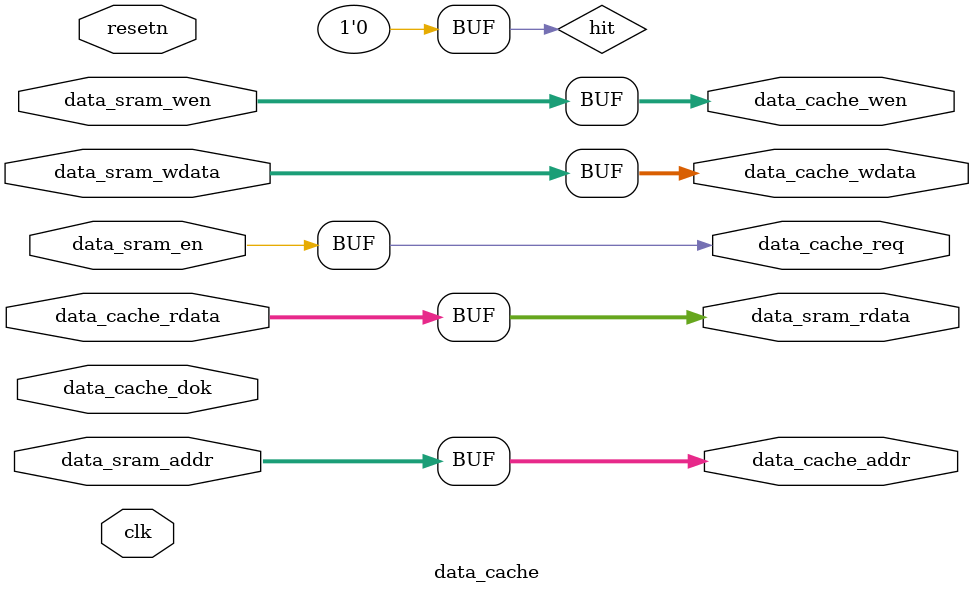
<source format=v>
module data_cache(
    input   wire        clk,
    input   wire        resetn,

    //misp
    input   wire        data_sram_en    ,
    input   wire [3:0]  data_sram_wen   ,
    input   wire [31:0] data_sram_addr  ,
    input   wire [31:0] data_sram_wdata ,
    output  wire [31:0] data_sram_rdata ,

    //arbitrater
    output  wire        data_cache_req  ,
    output  wire [ 3:0] data_cache_wen  ,
    output  wire [31:0] data_cache_addr ,
    output  wire [31:0] data_cache_wdata,
    input   wire [31:0] data_cache_rdata,
    input   wire        data_cache_dok
);
    wire hit;
    assign hit = 1'b0;
    assign data_sram_rdata = data_cache_rdata;

    //output to arbitrater
    assign data_cache_addr              = data_sram_addr    ;
    assign data_cache_wen               = data_sram_wen     ;
    assign data_cache_wdata             = data_sram_wdata   ;
        //REQUEST
    assign data_cache_req               = ~hit && data_sram_en;

endmodule
</source>
